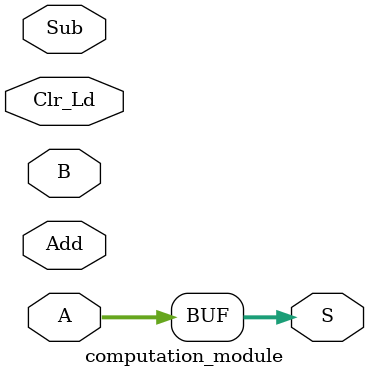
<source format=v>
module computation_module(input [8:0] A, B,
							input Add, Sub, Clr_Ld,
							output[8:0] S);

						assign S=A;
							
endmodule

</source>
